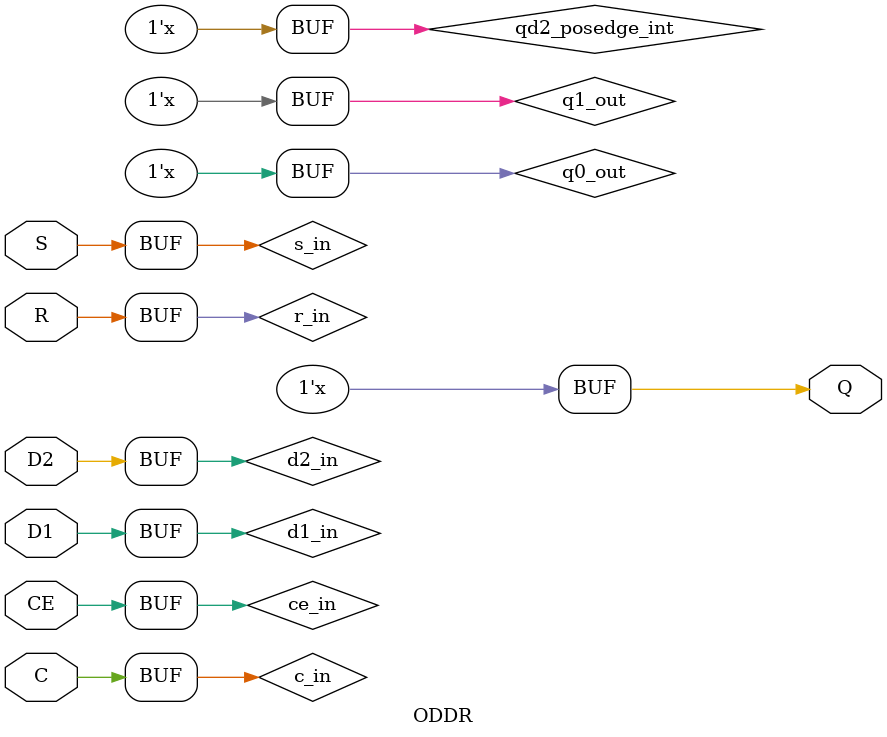
<source format=v>

module ODDR (Q, C, CE, D1, D2, R, S);
    
    output Q;
    
    input C;
    input CE;
    input D1;
    input D2;    
    input R;
    input S;

    parameter DDR_CLK_EDGE = "OPPOSITE_EDGE";    
    parameter INIT = 1'b0;
    parameter SRTYPE = "SYNC";

    reg q0_out, qd2_posedge_int;    
    reg q1_out;

    wire qd2;

    buf buf_c (c_in, C);
    buf buf_ce (ce_in, CE);
    buf buf_d1 (d1_in, D1);
    buf buf_d2 (d2_in, D2);    
    buf buf_r (r_in, R);
    buf buf_s (s_in, S);    


    always @(r_in or s_in) begin
      if (r_in == 1'b1 && SRTYPE == "ASYNC") begin
	q0_out <= 1'b0;
        q1_out <= 1'b0;
	qd2_posedge_int <= 1'b0;
      end
      else if (r_in == 1'b0 && s_in == 1'b1 && SRTYPE == "ASYNC") begin
         q0_out <= 1'b1;
         q1_out <= 1'b1;
         qd2_posedge_int <= 1'b1;
      end 
    end	    
	    

    always @(posedge c_in) begin
 	if (r_in == 1'b1) begin
	    q0_out <= 1'b0;
	    qd2_posedge_int <= 1'b0;
	end
	else if (r_in == 1'b0 && s_in == 1'b1) begin
	    q0_out <= 1'b1;
	    qd2_posedge_int <= 1'b1;
	end
	else if (ce_in == 1'b1 && r_in == 1'b0 && s_in == 1'b0) begin
	    q0_out <= d1_in;
	    qd2_posedge_int <= d2_in;
	end
    end // always @ (posedge c_in)
    
	
    always @(negedge c_in) begin
	if (r_in == 1'b1)
	    q1_out <= 1'b0;
	else if (r_in == 1'b0 && s_in == 1'b1)
	    q1_out <= 1'b1;
	else if (ce_in == 1'b1 && r_in == 1'b0 && s_in == 1'b0) begin
	    if (DDR_CLK_EDGE == "SAME_EDGE")
		q1_out <= qd2_posedge_int;
	    else if (DDR_CLK_EDGE == "OPPOSITE_EDGE")
		q1_out <= d2_in;
	end
    end // always @ (negedge c_in)
    
  assign Q =  c_in ?  q0_out : q1_out;

endmodule // ODDR

</source>
